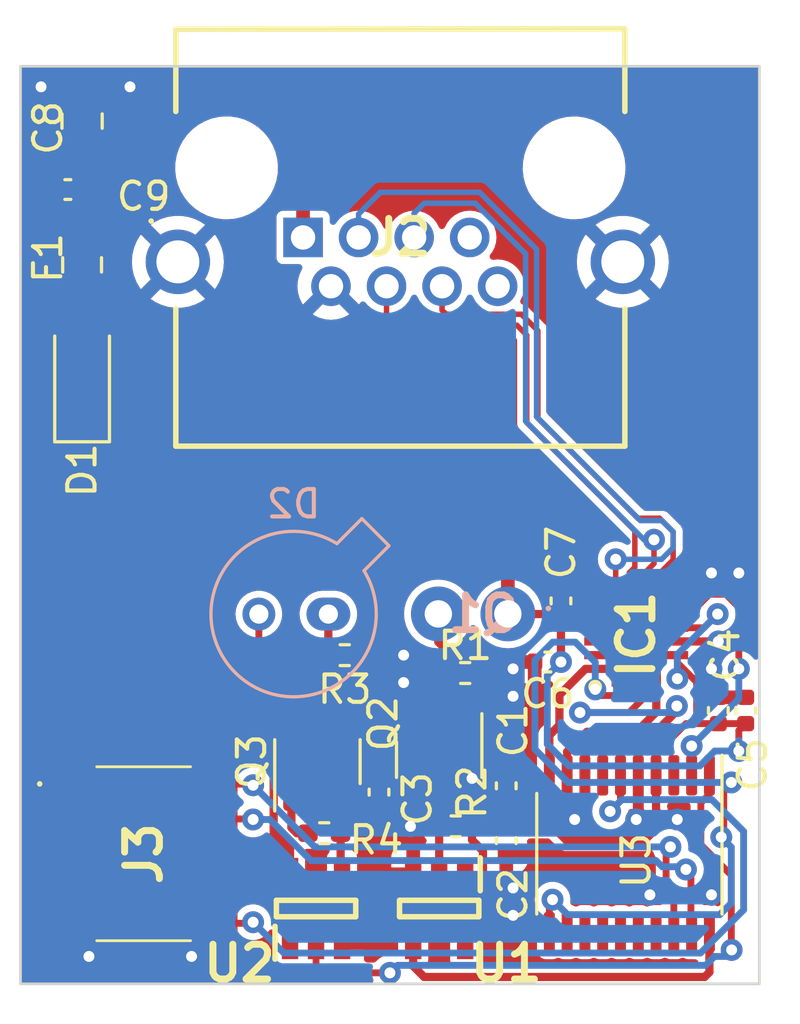
<source format=kicad_pcb>
(kicad_pcb (version 20221018) (generator pcbnew)
  (layers (0 "F.Cu" signal) (31 "B.Cu" signal) (34 "B.Paste" user) (35 "F.Paste" user) (36 "B.SilkS" user "B.Silkscreen") (37 "F.SilkS" user "F.Silkscreen") (38 "B.Mask" user) (39 "F.Mask" user) (44 "Edge.Cuts" user))
  (net 0 "")
  (net 1 "VIN")
  (net 2 "GND")
  (net 3 "VDD")
  (net 4 "Net-(D2-K)")
  (net 5 "Net-(D2-A)")
  (net 6 "UART2_RX")
  (net 7 "UART2_DE")
  (net 8 "UART2_TX")
  (net 9 "DI+")
  (net 10 "DI-")
  (net 11 "DO-")
  (net 12 "DO+")
  (net 14 "SLR")
  (net 17 "Net-(Q1-E)")
  (net 18 "Net-(Q2-C)")
  (net 19 "Net-(Q3-B)")
  (net 20 "Net-(R4-Pad2)")
  (net 22 "RXD")
  (net 24 "TXD")
  (net 26 "UART2_RE")
  (net 34 "VTref")
  (net 35 "SWDIO")
  (net 36 "SWCLK")
  (net 37 "SWO")
  (net 38 "TDI")
  (net 40 "nRESET")
  (footprint "Capacitor_SMD:C_0402_1005Metric" (layer "F.Cu") (at 28.1 35 90)
    (fp_text reference "C3" (at -0.25 1.4 90) (layer "F.SilkS"))
    (fp_text value "1u")
    (fp_line (start -0.107836 -0.36) (end 0.107836 -0.36) (stroke (width 0.12)) (layer "F.SilkS"))
    (fp_line (start -0.107836 0.36) (end 0.107836 0.36) (stroke (width 0.12)) (layer "F.SilkS"))
    (pad "1" smd roundrect (at -0.48 0 90) (size 0.56 0.62) (layers "F.Cu" "F.Paste" "F.Mask") (net 34 "VTref"))
    (pad "2" smd roundrect (at 0.48 0 90) (size 0.56 0.62) (layers "F.Cu" "F.Paste" "F.Mask") (net 2 "GND"))
  )
  (footprint "Resistor_SMD:R_0402_1005Metric_Pad0.72x0.64mm_HandSolder" (layer "F.Cu") (at 26.8475 30)
    (fp_text reference "R3" (at 0 1.25) (layer "F.SilkS"))
    (fp_text value "150R")
    (fp_line (start -0.167621 -0.38) (end 0.167621 -0.38) (stroke (width 0.12)) (layer "F.SilkS"))
    (fp_line (start -0.167621 0.38) (end 0.167621 0.38) (stroke (width 0.12)) (layer "F.SilkS"))
    (pad "1" smd roundrect (at -0.5975 0) (size 0.715 0.64) (layers "F.Cu" "F.Paste" "F.Mask") (net 4 "Net-(D2-K)"))
    (pad "2" smd roundrect (at 0.5975 0) (size 0.715 0.64) (layers "F.Cu" "F.Paste" "F.Mask") (net 2 "GND"))
  )
  (footprint "SamacSys_Parts:SOT95P280X145-5N" (layer "F.Cu") (at 30.3 39.25 -90)
    (fp_text reference "U1" (at 2 -2.45 -180) (layer "F.SilkS") (effects (font (size 1.27 1.27) (thickness 0.254))))
    (fp_text value "74LVC1G17" hide)
    (fp_line (start -1.85 -1.5) (end -0.65 -1.5) (stroke (width 0.2)) (layer "F.SilkS"))
    (fp_line (start -0.3 -1.45) (end 0.3 -1.45) (stroke (width 0.2)) (layer "F.SilkS"))
    (fp_line (start -0.3 1.45) (end -0.3 -1.45) (stroke (width 0.2)) (layer "F.SilkS"))
    (fp_line (start 0.3 -1.45) (end 0.3 1.45) (stroke (width 0.2)) (layer "F.SilkS"))
    (fp_line (start 0.3 1.45) (end -0.3 1.45) (stroke (width 0.2)) (layer "F.SilkS"))
    (pad "1" smd rect (at -1.25 -0.95) (size 0.6 1.2) (layers "F.Cu" "F.Paste" "F.Mask"))
    (pad "2" smd rect (at -1.25 0) (size 0.6 1.2) (layers "F.Cu" "F.Paste" "F.Mask") (net 18 "Net-(Q2-C)"))
    (pad "3" smd rect (at -1.25 0.95) (size 0.6 1.2) (layers "F.Cu" "F.Paste" "F.Mask") (net 2 "GND"))
    (pad "4" smd rect (at 1.25 0.95) (size 0.6 1.2) (layers "F.Cu" "F.Paste" "F.Mask") (net 22 "RXD"))
    (pad "5" smd rect (at 1.25 -0.95) (size 0.6 1.2) (layers "F.Cu" "F.Paste" "F.Mask") (net 34 "VTref"))
  )
  (footprint "Capacitor_SMD:C_0805_2012Metric_Pad1.18x1.45mm_HandSolder" (layer "F.Cu") (at 17.25 10.5 90)
    (fp_text reference "C8" (at -0.25 -1.25 90) (layer "F.SilkS"))
    (fp_text value "100u")
    (fp_line (start -0.261252 -0.735) (end 0.261252 -0.735) (stroke (width 0.12)) (layer "F.SilkS"))
    (fp_line (start -0.261252 0.735) (end 0.261252 0.735) (stroke (width 0.12)) (layer "F.SilkS"))
    (pad "1" smd roundrect (at -1.0375 0 90) (size 1.175 1.45) (layers "F.Cu" "F.Paste" "F.Mask") (roundrect_rratio 0.212766) (net 1 "VIN"))
    (pad "2" smd roundrect (at 1.0375 0 90) (size 1.175 1.45) (layers "F.Cu" "F.Paste" "F.Mask") (roundrect_rratio 0.212766) (net 2 "GND"))
  )
  (footprint "SamacSys_Parts:RJHSE5E80" (layer "F.Cu") (at 25.325 14.75 180)
    (fp_text reference "J2" (at -3.555 0 180) (layer "F.SilkS") (effects (font (size 1.27 1.27) (thickness 0.254))))
    (fp_text value "RJHSE5E80" hide)
    (fp_line (start -11.76 -7.62) (end -11.76 -2.6) (stroke (width 0.2)) (layer "F.SilkS"))
    (fp_line (start -11.76 4.6) (end -11.76 7.62) (stroke (width 0.2)) (layer "F.SilkS"))
    (fp_line (start -11.76 7.62) (end 4.65 7.6) (stroke (width 0.2)) (layer "F.SilkS"))
    (fp_line (start 4.65 -7.62) (end -11.76 -7.62) (stroke (width 0.2)) (layer "F.SilkS"))
    (fp_line (start 4.65 -2.6) (end 4.65 -7.62) (stroke (width 0.2)) (layer "F.SilkS"))
    (fp_line (start 4.65 7.6) (end 4.65 4.6) (stroke (width 0.2)) (layer "F.SilkS"))
    (fp_line (start 5.5 0.6) (end 5.5 0.6) (stroke (width 0.1)) (layer "F.SilkS"))
    (fp_line (start 5.6 0.6) (end 5.6 0.6) (stroke (width 0.1)) (layer "F.SilkS"))
    (fp_arc (start 5.5 0.6) (mid 5.55 0.55) (end 5.6 0.6) (stroke (width 0.1)) (layer "F.SilkS"))
    (fp_arc (start 5.6 0.6) (mid 5.55 0.65) (end 5.5 0.6) (stroke (width 0.1)) (layer "F.SilkS"))
    (pad "" np_thru_hole circle (at -9.905 2.54 180) (size 3.25 3.25) (drill 3.25) (layers "*.Cu" "*.Mask"))
    (pad "" np_thru_hole circle (at 2.795 2.54 180) (size 3.25 3.25) (drill 3.25) (layers "*.Cu" "*.Mask"))
    (pad "1" thru_hole rect (at 0 0 180) (size 1.446 1.446) (drill 0.89) (layers "*.Cu" "*.Mask") (net 1 "VIN"))
    (pad "2" thru_hole circle (at -1.02 -1.78 180) (size 1.446 1.446) (drill 0.89) (layers "*.Cu" "*.Mask") (net 2 "GND"))
    (pad "3" thru_hole circle (at -2.03 0 180) (size 1.446 1.446) (drill 0.89) (layers "*.Cu" "*.Mask") (net 12 "DO+"))
    (pad "4" thru_hole circle (at -3.05 -1.78 180) (size 1.446 1.446) (drill 0.89) (layers "*.Cu" "*.Mask") (net 11 "DO-"))
    (pad "5" thru_hole circle (at -4.06 0 180) (size 1.446 1.446) (drill 0.89) (layers "*.Cu" "*.Mask") (net 10 "DI-"))
    (pad "6" thru_hole circle (at -5.08 -1.78 180) (size 1.446 1.446) (drill 0.89) (layers "*.Cu" "*.Mask") (net 9 "DI+"))
    (pad "7" thru_hole circle (at -6.09 0 180) (size 1.446 1.446) (drill 0.89) (layers "*.Cu" "*.Mask"))
    (pad "8" thru_hole circle (at -7.11 -1.78 180) (size 1.446 1.446) (drill 0.89) (layers "*.Cu" "*.Mask"))
    (pad "MH1" thru_hole circle (at 4.575 -0.89 180) (size 2.355 2.355) (drill 1.57) (layers "*.Cu" "*.Mask") (net 2 "GND"))
    (pad "MH2" thru_hole circle (at -11.685 -0.89 180) (size 2.355 2.355) (drill 1.57) (layers "*.Cu" "*.Mask") (net 2 "GND"))
  )
  (footprint "Capacitor_SMD:C_0402_1005Metric" (layer "F.Cu") (at 40.5 32.02 90)
    (fp_text reference "C4" (at 2.02 0.25 90) (layer "F.SilkS"))
    (fp_text value "100n")
    (fp_line (start -0.107836 -0.36) (end 0.107836 -0.36) (stroke (width 0.12)) (layer "F.SilkS"))
    (fp_line (start -0.107836 0.36) (end 0.107836 0.36) (stroke (width 0.12)) (layer "F.SilkS"))
    (pad "1" smd roundrect (at -0.48 0 90) (size 0.56 0.62) (layers "F.Cu" "F.Paste" "F.Mask") (net 34 "VTref"))
    (pad "2" smd roundrect (at 0.48 0 90) (size 0.56 0.62) (layers "F.Cu" "F.Paste" "F.Mask") (net 2 "GND"))
  )
  (footprint "SamacSys_Parts:QFN50P300X300X100-17N-D" (layer "F.Cu") (at 37.5 29.25 90)
    (fp_text reference "IC1" (at 0 0 90) (layer "F.SilkS") (effects (font (size 1.27 1.27) (thickness 0.254))))
    (fp_text value "THVD1424RGTR" hide)
    (fp_circle (center -1.9 -1.5) (end -1.9 -1.375) (stroke (width 0.25)) (fill none) (layer "F.SilkS"))
    (pad "1" smd rect (at -1.5 -0.75 180) (size 0.3 0.8) (layers "F.Cu" "F.Paste" "F.Mask") (net 6 "UART2_RX"))
    (pad "2" smd rect (at -1.5 -0.25 180) (size 0.3 0.8) (layers "F.Cu" "F.Paste" "F.Mask") (net 26 "UART2_RE"))
    (pad "3" smd rect (at -1.5 0.25 180) (size 0.3 0.8) (layers "F.Cu" "F.Paste" "F.Mask") (net 7 "UART2_DE"))
    (pad "4" smd rect (at -1.5 0.75 180) (size 0.3 0.8) (layers "F.Cu" "F.Paste" "F.Mask") (net 8 "UART2_TX"))
    (pad "5" smd rect (at -0.75 1.5 90) (size 0.3 0.8) (layers "F.Cu" "F.Paste" "F.Mask") (net 34 "VTref"))
    (pad "6" smd rect (at -0.25 1.5 90) (size 0.3 0.8) (layers "F.Cu" "F.Paste" "F.Mask") (net 2 "GND"))
    (pad "7" smd rect (at 0.25 1.5 90) (size 0.3 0.8) (layers "F.Cu" "F.Paste" "F.Mask") (net 34 "VTref"))
    (pad "8" smd rect (at 0.75 1.5 90) (size 0.3 0.8) (layers "F.Cu" "F.Paste" "F.Mask") (net 14 "SLR"))
    (pad "9" smd rect (at 1.5 0.75 180) (size 0.3 0.8) (layers "F.Cu" "F.Paste" "F.Mask") (net 9 "DI+"))
    (pad "10" smd rect (at 1.5 0.25 180) (size 0.3 0.8) (layers "F.Cu" "F.Paste" "F.Mask") (net 10 "DI-"))
    (pad "11" smd rect (at 1.5 -0.25 180) (size 0.3 0.8) (layers "F.Cu" "F.Paste" "F.Mask") (net 11 "DO-"))
    (pad "12" smd rect (at 1.5 -0.75 180) (size 0.3 0.8) (layers "F.Cu" "F.Paste" "F.Mask") (net 12 "DO+"))
    (pad "13" smd rect (at 0.75 -1.5 90) (size 0.3 0.8) (layers "F.Cu" "F.Paste" "F.Mask") (net 34 "VTref"))
    (pad "14" smd rect (at 0.25 -1.5 90) (size 0.3 0.8) (layers "F.Cu" "F.Paste" "F.Mask") (net 34 "VTref"))
    (pad "15" smd rect (at -0.25 -1.5 90) (size 0.3 0.8) (layers "F.Cu" "F.Paste" "F.Mask") (net 2 "GND"))
    (pad "16" smd rect (at -0.75 -1.5 90) (size 0.3 0.8) (layers "F.Cu" "F.Paste" "F.Mask"))
    (pad "17" smd rect (at 0 0 90) (size 1.75 1.75) (layers "F.Cu" "F.Paste" "F.Mask") (net 2 "GND"))
  )
  (footprint "Fuse:Fuse_0805_2012Metric_Pad1.15x1.40mm_HandSolder" (layer "F.Cu") (at 17.25 15.75 90)
    (fp_text reference "F1" (at 0.25 -1.25 90) (layer "F.SilkS"))
    (fp_text value "1A")
    (fp_line (start -0.261252 -0.71) (end 0.261252 -0.71) (stroke (width 0.12)) (layer "F.SilkS"))
    (fp_line (start -0.261252 0.71) (end 0.261252 0.71) (stroke (width 0.12)) (layer "F.SilkS"))
    (pad "1" smd roundrect (at -1.025 0 90) (size 1.15 1.4) (layers "F.Cu" "F.Paste" "F.Mask") (roundrect_rratio 0.217391) (net 3 "VDD"))
    (pad "2" smd roundrect (at 1.025 0 90) (size 1.15 1.4) (layers "F.Cu" "F.Paste" "F.Mask") (roundrect_rratio 0.217391) (net 1 "VIN"))
  )
  (footprint "Package_TO_SOT_SMD:SOT-23-3" (layer "F.Cu") (at 25.85 33.8875 90)
    (fp_text reference "Q3" (at 0 -2.4 90) (layer "F.SilkS"))
    (fp_text value "BC807")
    (fp_line (start 0 -1.56) (end -1.8 -1.56) (stroke (width 0.12)) (layer "F.SilkS"))
    (fp_line (start 0 -1.56) (end 0.8 -1.56) (stroke (width 0.12)) (layer "F.SilkS"))
    (fp_line (start 0 1.56) (end -0.8 1.56) (stroke (width 0.12)) (layer "F.SilkS"))
    (fp_line (start 0 1.56) (end 0.8 1.56) (stroke (width 0.12)) (layer "F.SilkS"))
    (pad "1" smd roundrect (at -1.1375 -0.95 90) (size 1.325 0.6) (layers "F.Cu" "F.Paste" "F.Mask") (net 19 "Net-(Q3-B)"))
    (pad "2" smd roundrect (at -1.1375 0.95 90) (size 1.325 0.6) (layers "F.Cu" "F.Paste" "F.Mask") (net 34 "VTref"))
    (pad "3" smd roundrect (at 1.1375 0 90) (size 1.325 0.6) (layers "F.Cu" "F.Paste" "F.Mask") (net 5 "Net-(D2-A)"))
  )
  (footprint "SamacSys_Parts:FTSH10501LDV007K" (layer "F.Cu") (at 19.5 37.25 -90)
    (fp_text reference "J3" (at 0 0 -90) (layer "F.SilkS") (effects (font (size 1.27 1.27) (thickness 0.254))))
    (fp_text value "FTSH-105-01-L-DV-007-K" hide)
    (fp_line (start -3.175 -1.715) (end -3.175 1.715) (stroke (width 0.1)) (layer "F.SilkS"))
    (fp_line (start -2.6 3.8) (end -2.6 3.8) (stroke (width 0.1)) (layer "F.SilkS"))
    (fp_line (start -2.5 3.8) (end -2.5 3.8) (stroke (width 0.1)) (layer "F.SilkS"))
    (fp_line (start 3.175 -1.715) (end 3.175 1.715) (stroke (width 0.1)) (layer "F.SilkS"))
    (fp_arc (start -2.6 3.8) (mid -2.55 3.75) (end -2.5 3.8) (stroke (width 0.1)) (layer "F.SilkS"))
    (fp_arc (start -2.5 3.8) (mid -2.55 3.85) (end -2.6 3.8) (stroke (width 0.1)) (layer "F.SilkS"))
    (pad "1" smd rect (at -2.54 2.035 270) (size 0.74 2.79) (layers "F.Cu" "F.Paste" "F.Mask") (net 34 "VTref"))
    (pad "2" smd rect (at -2.54 -2.035 270) (size 0.74 2.79) (layers "F.Cu" "F.Paste" "F.Mask") (net 35 "SWDIO"))
    (pad "3" smd rect (at -1.27 2.035 270) (size 0.74 2.79) (layers "F.Cu" "F.Paste" "F.Mask") (net 2 "GND"))
    (pad "4" smd rect (at -1.27 -2.035 270) (size 0.74 2.79) (layers "F.Cu" "F.Paste" "F.Mask") (net 36 "SWCLK"))
    (pad "5" smd rect (at 0 2.035 270) (size 0.74 2.79) (layers "F.Cu" "F.Paste" "F.Mask") (net 2 "GND"))
    (pad "6" smd rect (at 0 -2.035 270) (size 0.74 2.79) (layers "F.Cu" "F.Paste" "F.Mask") (net 37 "SWO"))
    (pad "8" smd rect (at 1.27 -2.035 270) (size 0.74 2.79) (layers "F.Cu" "F.Paste" "F.Mask") (net 38 "TDI"))
    (pad "9" smd rect (at 2.54 2.035 270) (size 0.74 2.79) (layers "F.Cu" "F.Paste" "F.Mask"))
    (pad "10" smd rect (at 2.54 -2.035 270) (size 0.74 2.79) (layers "F.Cu" "F.Paste" "F.Mask") (net 40 "nRESET"))
  )
  (footprint "Capacitor_SMD:C_0402_1005Metric" (layer "F.Cu") (at 32.75 36.77 -90)
    (fp_text reference "C2" (at 1.98 -0.25 90) (layer "F.SilkS"))
    (fp_text value "13u")
    (fp_line (start -0.107836 -0.36) (end 0.107836 -0.36) (stroke (width 0.12)) (layer "F.SilkS"))
    (fp_line (start -0.107836 0.36) (end 0.107836 0.36) (stroke (width 0.12)) (layer "F.SilkS"))
    (pad "1" smd roundrect (at -0.48 0 270) (size 0.56 0.62) (layers "F.Cu" "F.Paste" "F.Mask") (net 34 "VTref"))
    (pad "2" smd roundrect (at 0.48 0 270) (size 0.56 0.62) (layers "F.Cu" "F.Paste" "F.Mask") (net 2 "GND"))
  )
  (footprint "Diode_SMD:D_SOD-123F" (layer "F.Cu") (at 17.25 20 90)
    (fp_text reference "D1" (at -3.25 0 90) (layer "F.SilkS"))
    (fp_text value "BAT46")
    (fp_line (start -2.21 -1) (end -2.21 1) (stroke (width 0.12)) (layer "F.SilkS"))
    (fp_line (start -2.21 -1) (end 1.65 -1) (stroke (width 0.12)) (layer "F.SilkS"))
    (fp_line (start -2.21 1) (end 1.65 1) (stroke (width 0.12)) (layer "F.SilkS"))
    (pad "1" smd roundrect (at -1.4 0 90) (size 1.1 1.1) (layers "F.Cu" "F.Paste" "F.Mask") (roundrect_rratio 0.2272727273) (net 34 "VTref"))
    (pad "2" smd roundrect (at 1.4 0 90) (size 1.1 1.1) (layers "F.Cu" "F.Paste" "F.Mask") (roundrect_rratio 0.2272727273) (net 3 "VDD"))
  )
  (footprint "Resistor_SMD:R_0402_1005Metric_Pad0.72x0.64mm_HandSolder" (layer "F.Cu") (at 31.25 30.6525)
    (fp_text reference "R1" (at 0 -1) (layer "F.SilkS"))
    (fp_text value "13K")
    (fp_line (start -0.167621 -0.38) (end 0.167621 -0.38) (stroke (width 0.12)) (layer "F.SilkS"))
    (fp_line (start -0.167621 0.38) (end 0.167621 0.38) (stroke (width 0.12)) (layer "F.SilkS"))
    (pad "1" smd roundrect (at -0.5975 0) (size 0.715 0.64) (layers "F.Cu" "F.Paste" "F.Mask") (net 17 "Net-(Q1-E)"))
    (pad "2" smd roundrect (at 0.5975 0) (size 0.715 0.64) (layers "F.Cu" "F.Paste" "F.Mask") (net 2 "GND"))
  )
  (footprint "Resistor_SMD:R_0402_1005Metric_Pad0.72x0.64mm_HandSolder" (layer "F.Cu") (at 26.1 36.5)
    (fp_text reference "R4" (at 1.9 0.25 180) (layer "F.SilkS"))
    (fp_text value "13K")
    (fp_line (start -0.167621 -0.38) (end 0.167621 -0.38) (stroke (width 0.12)) (layer "F.SilkS"))
    (fp_line (start -0.167621 0.38) (end 0.167621 0.38) (stroke (width 0.12)) (layer "F.SilkS"))
    (pad "1" smd roundrect (at -0.5975 0) (size 0.715 0.64) (layers "F.Cu" "F.Paste" "F.Mask") (net 19 "Net-(Q3-B)"))
    (pad "2" smd roundrect (at 0.5975 0) (size 0.715 0.64) (layers "F.Cu" "F.Paste" "F.Mask") (net 20 "Net-(R4-Pad2)"))
  )
  (footprint "Package_TO_SOT_SMD:SOT-23" (layer "F.Cu") (at 30.3 33.8125 -90)
    (fp_text reference "Q2" (at -1.3125 2.05 90) (layer "F.SilkS"))
    (fp_text value "BC817")
    (fp_line (start 0 -1.56) (end -1.675 -1.56) (stroke (width 0.12)) (layer "F.SilkS"))
    (fp_line (start 0 -1.56) (end 0.65 -1.56) (stroke (width 0.12)) (layer "F.SilkS"))
    (fp_line (start 0 1.56) (end -0.65 1.56) (stroke (width 0.12)) (layer "F.SilkS"))
    (fp_line (start 0 1.56) (end 0.65 1.56) (stroke (width 0.12)) (layer "F.SilkS"))
    (pad "1" smd roundrect (at -0.9375 -0.95 270) (size 1.475 0.6) (layers "F.Cu" "F.Paste" "F.Mask") (net 17 "Net-(Q1-E)"))
    (pad "2" smd roundrect (at -0.9375 0.95 270) (size 1.475 0.6) (layers "F.Cu" "F.Paste" "F.Mask") (net 2 "GND"))
    (pad "3" smd roundrect (at 0.9375 0 270) (size 1.475 0.6) (layers "F.Cu" "F.Paste" "F.Mask") (net 18 "Net-(Q2-C)"))
  )
  (footprint "SamacSys_Parts:SOT95P280X145-5N" (layer "F.Cu") (at 25.8 39.25 90)
    (fp_text reference "U2" (at -2 -2.8 180) (layer "F.SilkS") (effects (font (size 1.27 1.27) (thickness 0.254))))
    (fp_text value "74LVC1G17" hide)
    (fp_line (start -1.85 -1.5) (end -0.65 -1.5) (stroke (width 0.2)) (layer "F.SilkS"))
    (fp_line (start -0.3 -1.45) (end 0.3 -1.45) (stroke (width 0.2)) (layer "F.SilkS"))
    (fp_line (start -0.3 1.45) (end -0.3 -1.45) (stroke (width 0.2)) (layer "F.SilkS"))
    (fp_line (start 0.3 -1.45) (end 0.3 1.45) (stroke (width 0.2)) (layer "F.SilkS"))
    (fp_line (start 0.3 1.45) (end -0.3 1.45) (stroke (width 0.2)) (layer "F.SilkS"))
    (pad "1" smd rect (at -1.25 -0.95 180) (size 0.6 1.2) (layers "F.Cu" "F.Paste" "F.Mask"))
    (pad "2" smd rect (at -1.25 0 180) (size 0.6 1.2) (layers "F.Cu" "F.Paste" "F.Mask") (net 24 "TXD"))
    (pad "3" smd rect (at -1.25 0.95 180) (size 0.6 1.2) (layers "F.Cu" "F.Paste" "F.Mask") (net 2 "GND"))
    (pad "4" smd rect (at 1.25 0.95 180) (size 0.6 1.2) (layers "F.Cu" "F.Paste" "F.Mask") (net 20 "Net-(R4-Pad2)"))
    (pad "5" smd rect (at 1.25 -0.95 180) (size 0.6 1.2) (layers "F.Cu" "F.Paste" "F.Mask") (net 34 "VTref"))
  )
  (footprint "Capacitor_SMD:C_0402_1005Metric" (layer "F.Cu") (at 34.27 30.25 180)
    (fp_text reference "C6" (at 0 -1.16) (layer "F.SilkS"))
    (fp_text value "1u")
    (fp_line (start -0.107836 -0.36) (end 0.107836 -0.36) (stroke (width 0.12)) (layer "F.SilkS"))
    (fp_line (start -0.107836 0.36) (end 0.107836 0.36) (stroke (width 0.12)) (layer "F.SilkS"))
    (pad "1" smd roundrect (at -0.48 0 180) (size 0.56 0.62) (layers "F.Cu" "F.Paste" "F.Mask") (net 34 "VTref"))
    (pad "2" smd roundrect (at 0.48 0 180) (size 0.56 0.62) (layers "F.Cu" "F.Paste" "F.Mask") (net 2 "GND"))
  )
  (footprint "Package_SO:TSSOP-20_4.4x6.5mm_P0.65mm" (layer "F.Cu") (at 37.25 37.25 -90)
    (fp_text reference "U3" (at 0.25 -0.25 90) (layer "F.SilkS"))
    (fp_text value "STM32G030F6Px")
    (fp_line (start 0 -3.385) (end -3.6 -3.385) (stroke (width 0.12)) (layer "F.SilkS"))
    (fp_line (start 0 -3.385) (end 2.2 -3.385) (stroke (width 0.12)) (layer "F.SilkS"))
    (fp_line (start 0 3.385) (end -2.2 3.385) (stroke (width 0.12)) (layer "F.SilkS"))
    (fp_line (start 0 3.385) (end 2.2 3.385) (stroke (width 0.12)) (layer "F.SilkS"))
    (pad "1" smd roundrect (at -2.8625 -2.925 270) (size 1.475 0.4) (layers "F.Cu" "F.Paste" "F.Mask") (net 24 "TXD"))
    (pad "2" smd roundrect (at -2.8625 -2.275 270) (size 1.475 0.4) (layers "F.Cu" "F.Paste" "F.Mask") (net 14 "SLR"))
    (pad "3" smd roundrect (at -2.8625 -1.625 270) (size 1.475 0.4) (layers "F.Cu" "F.Paste" "F.Mask"))
    (pad "4" smd roundrect (at -2.8625 -0.975 270) (size 1.475 0.4) (layers "F.Cu" "F.Paste" "F.Mask") (net 34 "VTref"))
    (pad "5" smd roundrect (at -2.8625 -0.325 270) (size 1.475 0.4) (layers "F.Cu" "F.Paste" "F.Mask") (net 2 "GND"))
    (pad "6" smd roundrect (at -2.8625 0.325 270) (size 1.475 0.4) (layers "F.Cu" "F.Paste" "F.Mask") (net 40 "nRESET"))
    (pad "7" smd roundrect (at -2.8625 0.975 270) (size 1.475 0.4) (layers "F.Cu" "F.Paste" "F.Mask"))
    (pad "8" smd roundrect (at -2.8625 1.625 270) (size 1.475 0.4) (layers "F.Cu" "F.Paste" "F.Mask") (net 7 "UART2_DE"))
    (pad "9" smd roundrect (at -2.8625 2.275 270) (size 1.475 0.4) (layers "F.Cu" "F.Paste" "F.Mask") (net 8 "UART2_TX"))
    (pad "10" smd roundrect (at -2.8625 2.925 270) (size 1.475 0.4) (layers "F.Cu" "F.Paste" "F.Mask") (net 6 "UART2_RX"))
    (pad "11" smd roundrect (at 2.8625 2.925 270) (size 1.475 0.4) (layers "F.Cu" "F.Paste" "F.Mask") (net 26 "UART2_RE"))
    (pad "12" smd roundrect (at 2.8625 2.275 270) (size 1.475 0.4) (layers "F.Cu" "F.Paste" "F.Mask"))
    (pad "13" smd roundrect (at 2.8625 1.625 270) (size 1.475 0.4) (layers "F.Cu" "F.Paste" "F.Mask"))
    (pad "14" smd roundrect (at 2.8625 0.975 270) (size 1.475 0.4) (layers "F.Cu" "F.Paste" "F.Mask"))
    (pad "15" smd roundrect (at 2.8625 0.325 270) (size 1.475 0.4) (layers "F.Cu" "F.Paste" "F.Mask"))
    (pad "16" smd roundrect (at 2.8625 -0.325 270) (size 1.475 0.4) (layers "F.Cu" "F.Paste" "F.Mask"))
    (pad "17" smd roundrect (at 2.8625 -0.975 270) (size 1.475 0.4) (layers "F.Cu" "F.Paste" "F.Mask"))
    (pad "18" smd roundrect (at 2.8625 -1.625 270) (size 1.475 0.4) (layers "F.Cu" "F.Paste" "F.Mask") (net 35 "SWDIO"))
    (pad "19" smd roundrect (at 2.8625 -2.275 270) (size 1.475 0.4) (layers "F.Cu" "F.Paste" "F.Mask") (net 36 "SWCLK"))
    (pad "20" smd roundrect (at 2.8625 -2.925 270) (size 1.475 0.4) (layers "F.Cu" "F.Paste" "F.Mask") (net 22 "RXD"))
  )
  (footprint "Capacitor_SMD:C_0402_1005Metric" (layer "F.Cu") (at 34.75 28.02 90)
    (fp_text reference "C7" (at 1.77 0 90) (layer "F.SilkS"))
    (fp_text value "1u")
    (fp_line (start -0.107836 -0.36) (end 0.107836 -0.36) (stroke (width 0.12)) (layer "F.SilkS"))
    (fp_line (start -0.107836 0.36) (end 0.107836 0.36) (stroke (width 0.12)) (layer "F.SilkS"))
    (pad "1" smd roundrect (at -0.48 0 90) (size 0.56 0.62) (layers "F.Cu" "F.Paste" "F.Mask") (net 34 "VTref"))
    (pad "2" smd roundrect (at 0.48 0 90) (size 0.56 0.62) (layers "F.Cu" "F.Paste" "F.Mask") (net 2 "GND"))
  )
  (footprint "Capacitor_SMD:C_0402_1005Metric" (layer "F.Cu") (at 32.75 34.77 90)
    (fp_text reference "C1" (at 2.02 0.25 90) (layer "F.SilkS"))
    (fp_text value "13u")
    (fp_line (start -0.107836 -0.36) (end 0.107836 -0.36) (stroke (width 0.12)) (layer "F.SilkS"))
    (fp_line (start -0.107836 0.36) (end 0.107836 0.36) (stroke (width 0.12)) (layer "F.SilkS"))
    (pad "1" smd roundrect (at -0.48 0 90) (size 0.56 0.62) (layers "F.Cu" "F.Paste" "F.Mask") (net 34 "VTref"))
    (pad "2" smd roundrect (at 0.48 0 90) (size 0.56 0.62) (layers "F.Cu" "F.Paste" "F.Mask") (net 2 "GND"))
  )
  (footprint "Capacitor_SMD:C_0402_1005Metric" (layer "F.Cu") (at 16.73 13 180)
    (fp_text reference "C9" (at -2.77 -0.25) (layer "F.SilkS"))
    (fp_text value "1u")
    (fp_line (start -0.107836 -0.36) (end 0.107836 -0.36) (stroke (width 0.12)) (layer "F.SilkS"))
    (fp_line (start -0.107836 0.36) (end 0.107836 0.36) (stroke (width 0.12)) (layer "F.SilkS"))
    (pad "1" smd roundrect (at -0.48 0 180) (size 0.56 0.62) (layers "F.Cu" "F.Paste" "F.Mask") (net 1 "VIN"))
    (pad "2" smd roundrect (at 0.48 0 180) (size 0.56 0.62) (layers "F.Cu" "F.Paste" "F.Mask") (net 2 "GND"))
  )
  (footprint "Resistor_SMD:R_0402_1005Metric_Pad0.72x0.64mm_HandSolder" (layer "F.Cu") (at 30.9025 36.25 180)
    (fp_text reference "R2" (at -0.5975 1.25 90) (layer "F.SilkS"))
    (fp_text value "13K")
    (fp_line (start -0.167621 -0.38) (end 0.167621 -0.38) (stroke (width 0.12)) (layer "F.SilkS"))
    (fp_line (start -0.167621 0.38) (end 0.167621 0.38) (stroke (width 0.12)) (layer "F.SilkS"))
    (pad "1" smd roundrect (at -0.5975 0 180) (size 0.715 0.64) (layers "F.Cu" "F.Paste" "F.Mask") (net 34 "VTref"))
    (pad "2" smd roundrect (at 0.5975 0 180) (size 0.715 0.64) (layers "F.Cu" "F.Paste" "F.Mask") (net 18 "Net-(Q2-C)"))
  )
  (footprint "Capacitor_SMD:C_0402_1005Metric" (layer "F.Cu") (at 41.5 32.02 90)
    (fp_text reference "C5" (at -1.98 0.25 90) (layer "F.SilkS"))
    (fp_text value "4.7u")
    (fp_line (start -0.107836 -0.36) (end 0.107836 -0.36) (stroke (width 0.12)) (layer "F.SilkS"))
    (fp_line (start -0.107836 0.36) (end 0.107836 0.36) (stroke (width 0.12)) (layer "F.SilkS"))
    (pad "1" smd roundrect (at -0.48 0 90) (size 0.56 0.62) (layers "F.Cu" "F.Paste" "F.Mask") (net 34 "VTref"))
    (pad "2" smd roundrect (at 0.48 0 90) (size 0.56 0.62) (layers "F.Cu" "F.Paste" "F.Mask") (net 2 "GND"))
  )
  (footprint "Package_TO_SOT_THT:TO-18-2_Window" (layer "B.Cu") (at 26.25 28.5 180)
    (fp_text reference "D2" (at 1.27 4.02) (layer "B.SilkS") (effects (justify mirror)))
    (fp_text value "SFH482")
    (fp_line (start -2.214448 2.494499) (end -1.302281 1.582331) (stroke (width 0.12)) (layer "B.SilkS"))
    (fp_line (start -1.224499 3.484448) (end -2.214448 2.494499) (stroke (width 0.12)) (layer "B.SilkS"))
    (fp_line (start -0.312331 2.572281) (end -1.224499 3.484448) (stroke (width 0.12)) (layer "B.SilkS"))
    (fp_arc (start -1.30215 1.582544) (mid 3.405374 -2.135551) (end -0.312331 2.572281) (stroke (width 0.12)) (layer "B.SilkS"))
    (pad "1" thru_hole oval (at 0 0 180) (size 1.6 1.2) (drill 0.7) (layers "*.Cu" "*.Mask") (net 4 "Net-(D2-K)"))
    (pad "2" thru_hole oval (at 2.54 0 180) (size 1.2 1.2) (drill 0.7) (layers "*.Cu" "*.Mask") (net 5 "Net-(D2-A)"))
  )
  (footprint "SamacSys_Parts:SFH309FA4" (layer "B.Cu") (at 32.808999 28.49428 180)
    (fp_text reference "Q1" (at 0.88 0) (layer "B.SilkS") (effects (font (size 1.27 1.27) (thickness 0.254)) (justify mirror)))
    (fp_text value "SFH309" hide)
    (fp_line (start -1.53 0.2) (end -1.53 0.2) (stroke (width 0.1)) (layer "B.SilkS"))
    (fp_line (start -1.43 0.2) (end -1.43 0.2) (stroke (width 0.1)) (layer "B.SilkS"))
    (fp_arc (start -1.53 0.2) (mid -1.48 0.15) (end -1.43 0.2) (stroke (width 0.1)) (layer "B.SilkS"))
    (fp_arc (start -1.43 0.2) (mid -1.48 0.25) (end -1.53 0.2) (stroke (width 0.1)) (layer "B.SilkS"))
    (pad "1" thru_hole circle (at 0 0 180) (size 2 2) (drill 1) (layers "*.Cu" "*.Mask") (net 34 "VTref"))
    (pad "2" thru_hole circle (at 2.54 0 180) (size 2 2) (drill 1) (layers "*.Cu" "*.Mask") (net 17 "Net-(Q1-E)"))
  )
  (gr_rect (start 15 8.5) (end 42 42) (stroke (width 0.1)) (fill none) (layer "Edge.Cuts"))
  (segment (start 24.75 9.75) (end 25.325 10.325) (width 0.5) (layer "F.Cu") (net 1))
  (segment (start 17.21 13) (end 17.21 14.685) (width 0.5) (layer "F.Cu") (net 1))
  (segment (start 19.75 9.75) (end 19.25 10.25) (width 0.5) (layer "F.Cu") (net 1))
  (segment (start 19.25 11.25) (end 18.9625 11.5375) (width 0.5) (layer "F.Cu") (net 1))
  (segment (start 24.75 9.75) (end 19.75 9.75) (width 0.5) (layer "F.Cu") (net 1))
  (segment (start 17.25 11.5375) (end 17.25 12.96) (width 0.5) (layer "F.Cu") (net 1))
  (segment (start 25.325 10.325) (end 25.325 14.75) (width 0.5) (layer "F.Cu") (net 1))
  (segment (start 19.25 10.25) (end 19.25 11.25) (width 0.5) (layer "F.Cu") (net 1))
  (segment (start 18.9625 11.5375) (end 17.25 11.5375) (width 0.5) (layer "F.Cu") (net 1))
  (segment (start 17.21 14.685) (end 17.25 14.725) (width 0.5) (layer "F.Cu") (net 1))
  (segment (start 17.25 12.96) (end 17.21 13) (width 0.5) (layer "F.Cu") (net 1))
  (segment (start 39 29.5) (end 40.5 29.5) (width 0.3) (layer "F.Cu") (net 2))
  (segment (start 37.25 29) (end 37.5 29.25) (width 0.3) (layer "F.Cu") (net 2))
  (segment (start 37.25 29.5) (end 37.5 29.25) (width 0.25) (layer "F.Cu") (net 2))
  (segment (start 39 29.5) (end 37.75 29.5) (width 0.3) (layer "F.Cu") (net 2))
  (segment (start 37.75 29.5) (end 37.5 29.25) (width 0.3) (layer "F.Cu") (net 2))
  (segment (start 36 29.5) (end 37.25 29.5) (width 0.25) (layer "F.Cu") (net 2))
  (via (at 31.5 34.5) (size 0.8) (drill 0.4) (layers "F.Cu" "B.Cu") (net 2))
  (via (at 41.25 27) (size 0.8) (drill 0.4) (layers "F.Cu" "B.Cu") (net 2))
  (via (at 29.25 36.25) (size 0.8) (drill 0.4) (layers "F.Cu" "B.Cu") (net 2))
  (via (at 38 38.75) (size 0.8) (drill 0.4) (layers "F.Cu" "B.Cu") (net 2))
  (via (at 40.25 38.75) (size 0.8) (drill 0.4) (layers "F.Cu" "B.Cu") (net 2))
  (via (at 40.5 29.5) (size 0.8) (drill 0.4) (layers "F.Cu" "B.Cu") (net 2))
  (via (at 21.25 41) (size 0.8) (drill 0.4) (layers "F.Cu" "B.Cu") (net 2))
  (via (at 29 30) (size 0.8) (drill 0.4) (layers "F.Cu" "B.Cu") (net 2))
  (via (at 40.25 27) (size 0.8) (drill 0.4) (layers "F.Cu" "B.Cu") (net 2))
  (via (at 37.5 36) (size 0.8) (drill 0.4) (layers "F.Cu" "B.Cu") (net 2))
  (via (at 33 31.5) (size 0.8) (drill 0.4) (layers "F.Cu" "B.Cu") (net 2))
  (via (at 40.25 30.5) (size 0.8) (drill 0.4) (layers "F.Cu" "B.Cu") (net 2))
  (via (at 29 31) (size 0.8) (drill 0.4) (layers "F.Cu" "B.Cu") (net 2))
  (via (at 35.25 36) (size 0.8) (drill 0.4) (layers "F.Cu" "B.Cu") (net 2))
  (via (at 33 30.5) (size 0.8) (drill 0.4) (layers "F.Cu" "B.Cu") (net 2))
  (via (at 19 9.25) (size 0.8) (drill 0.4) (layers "F.Cu" "B.Cu") (net 2))
  (via (at 39 36) (size 0.8) (drill 0.4) (layers "F.Cu" "B.Cu") (net 2))
  (via (at 15.75 9.25) (size 0.8) (drill 0.4) (layers "F.Cu" "B.Cu") (net 2))
  (via (at 33 38.5) (size 0.8) (drill 0.4) (layers "F.Cu" "B.Cu") (net 2))
  (via (at 17.5 41) (size 0.8) (drill 0.4) (layers "F.Cu" "B.Cu") (net 2))
  (via (at 33 39.5) (size 0.8) (drill 0.4) (layers "F.Cu" "B.Cu") (net 2))
  (segment (start 17.25 16.775) (end 17.25 18.6) (width 0.5) (layer "F.Cu") (net 3))
  (segment (start 26.25 30) (end 26.25 28.5) (width 0.3) (layer "F.Cu") (net 4))
  (segment (start 25.85 32.75) (end 25.85 31.85) (width 0.25) (layer "F.Cu") (net 5))
  (segment (start 25.85 31.85) (end 23.71 29.71) (width 0.25) (layer "F.Cu") (net 5))
  (segment (start 23.71 29.71) (end 23.71 28.5) (width 0.25) (layer "F.Cu") (net 5))
  (segment (start 35.647152 30.5) (end 34.693863 31.453289) (width 0.3) (layer "F.Cu") (net 6))
  (segment (start 34.693863 31.453289) (end 34.693863 32.556137) (width 0.3) (layer "F.Cu") (net 6))
  (segment (start 35.647152 30.5) (end 36.5 30.5) (width 0.3) (layer "F.Cu") (net 6))
  (segment (start 36.5 30.5) (end 36.75 30.75) (width 0.3) (layer "F.Cu") (net 6))
  (segment (start 34.693863 32.556137) (end 34.325 32.925) (width 0.3) (layer "F.Cu") (net 6))
  (segment (start 34.325 32.925) (end 34.325 34.3875) (width 0.3) (layer "F.Cu") (net 6))
  (segment (start 37.240772 32.095624) (end 35.443863 32.095624) (width 0.25) (layer "F.Cu") (net 7))
  (segment (start 37.717767 33.3) (end 35.975 33.3) (width 0.3) (layer "F.Cu") (net 7))
  (segment (start 35.625 33.65) (end 35.625 34.3875) (width 0.3) (layer "F.Cu") (net 7))
  (segment (start 35.975 33.3) (end 35.625 33.65) (width 0.3) (layer "F.Cu") (net 7))
  (segment (start 38.984443 31.856587) (end 38.984443 32.033324) (width 0.3) (layer "F.Cu") (net 7))
  (segment (start 38.984443 32.033324) (end 37.717767 33.3) (width 0.3) (layer "F.Cu") (net 7))
  (segment (start 37.75 30.75) (end 37.75 31.45) (width 0.25) (layer "F.Cu") (net 7))
  (segment (start 37.75 31.586396) (end 37.240772 32.095624) (width 0.25) (layer "F.Cu") (net 7))
  (segment (start 37.75 31.45) (end 37.75 31.586396) (width 0.25) (layer "F.Cu") (net 7))
  (via (at 35.443863 32.095624) (size 0.8) (drill 0.4) (layers "F.Cu" "B.Cu") (net 7))
  (via (at 38.984443 31.856587) (size 0.8) (drill 0.4) (layers "F.Cu" "B.Cu") (net 7))
  (segment (start 38.745406 32.095624) (end 38.984443 31.856587) (width 0.25) (layer "B.Cu") (net 7))
  (segment (start 38.984443 31.856587) (end 38.903356 31.7755) (width 0.3) (layer "B.Cu") (net 7))
  (segment (start 35.443863 32.095624) (end 38.745406 32.095624) (width 0.25) (layer "B.Cu") (net 7))
  (segment (start 37.510661 32.8) (end 35.7 32.8) (width 0.3) (layer "F.Cu") (net 8))
  (segment (start 34.975 33.525) (end 34.975 34.3875) (width 0.3) (layer "F.Cu") (net 8))
  (segment (start 38.25 31.530369) (end 38.234443 31.545926) (width 0.3) (layer "F.Cu") (net 8))
  (segment (start 38.234443 32.076218) (end 37.510661 32.8) (width 0.3) (layer "F.Cu") (net 8))
  (segment (start 38.25 30.75) (end 38.25 31.530369) (width 0.3) (layer "F.Cu") (net 8))
  (segment (start 38.234443 31.545926) (end 38.234443 32.076218) (width 0.3) (layer "F.Cu") (net 8))
  (segment (start 35.7 32.8) (end 34.975 33.525) (width 0.3) (layer "F.Cu") (net 8))
  (segment (start 30.553 17.553) (end 30.405 17.405) (width 0.2) (layer "F.Cu") (net 9))
  (segment (start 38.35319 25) (end 37.555636 25) (width 0.2) (layer "F.Cu") (net 9))
  (segment (start 38.8495 26.521822) (end 38.8495 25.496309) (width 0.2) (layer "F.Cu") (net 9))
  (segment (start 37.555636 25) (end 33.905636 21.35) (width 0.2) (layer "F.Cu") (net 9))
  (segment (start 33.905636 18.155636) (end 33.303 17.553) (width 0.2) (layer "F.Cu") (net 9))
  (segment (start 33.303 17.553) (end 30.553 17.553) (width 0.2) (layer "F.Cu") (net 9))
  (segment (start 38.8495 25.496309) (end 38.35319 25) (width 0.2) (layer "F.Cu") (net 9))
  (segment (start 33.905636 21.35) (end 33.905636 18.155636) (width 0.2) (layer "F.Cu") (net 9))
  (segment (start 30.405 17.405) (end 30.405 16.53) (width 0.2) (layer "F.Cu") (net 9))
  (segment (start 38.25 27.121322) (end 38.8495 26.521822) (width 0.2) (layer "F.Cu") (net 9))
  (segment (start 38.25 27.75) (end 38.25 27.121322) (width 0.2) (layer "F.Cu") (net 9))
  (segment (start 37.75 27.75) (end 37.75 27.055636) (width 0.2) (layer "F.Cu") (net 10))
  (segment (start 37.75 27.055636) (end 38.1495 26.656136) (width 0.2) (layer "F.Cu") (net 10))
  (segment (start 38.1495 26.656136) (end 38.1495 25.786259) (width 0.2) (layer "F.Cu") (net 10))
  (via (at 38.1495 25.786259) (size 0.8) (drill 0.4) (layers "F.Cu" "B.Cu") (net 10))
  (segment (start 29.385 13.865) (end 29.385 14.75) (width 0.2) (layer "B.Cu") (net 10))
  (segment (start 38.1495 25.786259) (end 37.786259 25.786259) (width 0.2) (layer "B.Cu") (net 10))
  (segment (start 33.458 15.346259) (end 31.611741 13.5) (width 0.2) (layer "B.Cu") (net 10))
  (segment (start 29.75 13.5) (end 29.385 13.865) (width 0.2) (layer "B.Cu") (net 10))
  (segment (start 31.611741 13.5) (end 29.75 13.5) (width 0.2) (layer "B.Cu") (net 10))
  (segment (start 37.786259 25.786259) (end 33.458 21.457999) (width 0.2) (layer "B.Cu") (net 10))
  (segment (start 33.458 21.457999) (end 33.458 15.346259) (width 0.2) (layer "B.Cu") (net 10))
  (segment (start 37.25 26.98995) (end 37.45 26.78995) (width 0.2) (layer "F.Cu") (net 11))
  (segment (start 33.5 21.51005) (end 33.5 18.315686) (width 0.2) (layer "F.Cu") (net 11))
  (segment (start 37.25 27.75) (end 37.25 26.98995) (width 0.2) (layer "F.Cu") (net 11))
  (segment (start 37.45 26.78995) (end 37.45 25.46005) (width 0.2) (layer "F.Cu") (net 11))
  (segment (start 37.45 25.46005) (end 33.5 21.51005) (width 0.2) (layer "F.Cu") (net 11))
  (segment (start 33.137314 17.953) (end 28.703 17.953) (width 0.2) (layer "F.Cu") (net 11))
  (segment (start 28.375 17.625) (end 28.375 16.53) (width 0.2) (layer "F.Cu") (net 11))
  (segment (start 33.5 18.315686) (end 33.137314 17.953) (width 0.2) (layer "F.Cu") (net 11))
  (segment (start 28.703 17.953) (end 28.375 17.625) (width 0.2) (layer "F.Cu") (net 11))
  (segment (start 36.75 27.75) (end 36.75 26.5) (width 0.2) (layer "F.Cu") (net 12))
  (via (at 36.75 26.5) (size 0.8) (drill 0.4) (layers "F.Cu" "B.Cu") (net 12))
  (segment (start 33.858 15.180573) (end 31.777427 13.1) (width 0.2) (layer "B.Cu") (net 12))
  (segment (start 36.75 26.5) (end 38.425709 26.5) (width 0.2) (layer "B.Cu") (net 12))
  (segment (start 37.651945 25.086259) (end 33.858 21.292314) (width 0.2) (layer "B.Cu") (net 12))
  (segment (start 38.425709 26.5) (end 38.8495 26.076209) (width 0.2) (layer "B.Cu") (net 12))
  (segment (start 31.777427 13.1) (end 28.15 13.1) (width 0.2) (layer "B.Cu") (net 12))
  (segment (start 27.355 13.895) (end 27.355 14.75) (width 0.2) (layer "B.Cu") (net 12))
  (segment (start 38.8495 26.076209) (end 38.8495 25.496309) (width 0.2) (layer "B.Cu") (net 12))
  (segment (start 38.8495 25.496309) (end 38.43945 25.086259) (width 0.2) (layer "B.Cu") (net 12))
  (segment (start 33.858 21.292314) (end 33.858 15.180573) (width 0.2) (layer "B.Cu") (net 12))
  (segment (start 38.43945 25.086259) (end 37.651945 25.086259) (width 0.2) (layer "B.Cu") (net 12))
  (segment (start 28.15 13.1) (end 27.355 13.895) (width 0.2) (layer "B.Cu") (net 12))
  (segment (start 39.751185 28.248815) (end 39.751185 28.200478) (width 0.25) (layer "F.Cu") (net 14))
  (segment (start 41.25 30.5) (end 41.25 28.25) (width 0.25) (layer "F.Cu") (net 14))
  (segment (start 39.5 28.5) (end 39 28.5) (width 0.25) (layer "F.Cu") (net 14))
  (segment (start 39.525 34.3875) (end 39.525 33.317796) (width 0.25) (layer "F.Cu") (net 14))
  (segment (start 40.775783 27.775783) (end 40.17588 27.775783) (width 0.25) (layer "F.Cu") (net 14))
  (segment (start 39.751185 28.248815) (end 39.5 28.5) (width 0.25) (layer "F.Cu") (net 14))
  (segment (start 39.751185 28.200478) (end 40.17588 27.775783) (width 0.25) (layer "F.Cu") (net 14))
  (segment (start 41.25 28.25) (end 40.775783 27.775783) (width 0.25) (layer "F.Cu") (net 14))
  (via (at 41.25 30.5) (size 0.8) (drill 0.4) (layers "F.Cu" "B.Cu") (net 14))
  (via (at 39.525 33.317796) (size 0.8) (drill 0.4) (layers "F.Cu" "B.Cu") (net 14))
  (segment (start 39.525 33.317796) (end 41.25 31.592796) (width 0.25) (layer "B.Cu") (net 14))
  (segment (start 41.25 31.592796) (end 41.25 30.5) (width 0.25) (layer "B.Cu") (net 14))
  (segment (start 31.25 32.875) (end 31.25 32) (width 0.3) (layer "F.Cu") (net 17))
  (segment (start 31.25 32) (end 30.6525 31.4025) (width 0.3) (layer "F.Cu") (net 17))
  (segment (start 30.6525 31.4025) (end 30.6525 30.6525) (width 0.3) (layer "F.Cu") (net 17))
  (segment (start 30.268999 29.518999) (end 30.6525 29.9025) (width 0.3) (layer "F.Cu") (net 17))
  (segment (start 30.6525 29.9025) (end 30.6525 30.6525) (width 0.3) (layer "F.Cu") (net 17))
  (segment (start 30.268999 28.49428) (end 30.268999 29.518999) (width 0.3) (layer "F.Cu") (net 17))
  (segment (start 30.3 38) (end 30.3 36.255) (width 0.3) (layer "F.Cu") (net 18))
  (segment (start 30.3 36.255) (end 30.305 36.25) (width 0.3) (layer "F.Cu") (net 18))
  (segment (start 30.305 34.755) (end 30.3 34.75) (width 0.3) (layer "F.Cu") (net 18))
  (segment (start 30.305 36.25) (end 30.305 34.755) (width 0.3) (layer "F.Cu") (net 18))
  (segment (start 25.5025 36.5) (end 25.1 36.5) (width 0.3) (layer "F.Cu") (net 19))
  (segment (start 25.1 36.5) (end 24.9 36.3) (width 0.3) (layer "F.Cu") (net 19))
  (segment (start 24.9 36.3) (end 24.9 35.025) (width 0.3) (layer "F.Cu") (net 19))
  (segment (start 26.6975 36.5) (end 26.6975 37.9475) (width 0.3) (layer "F.Cu") (net 20))
  (segment (start 26.6975 37.9475) (end 26.75 38) (width 0.3) (layer "F.Cu") (net 20))
  (segment (start 40.175 41.575) (end 40.175 40.1125) (width 0.3) (layer "F.Cu") (net 22))
  (segment (start 29.35 40.5) (end 29.35 41.35) (width 0.3) (layer "F.Cu") (net 22))
  (segment (start 29.75 41.75) (end 40 41.75) (width 0.3) (layer "F.Cu") (net 22))
  (segment (start 29.35 41.35) (end 29.75 41.75) (width 0.3) (layer "F.Cu") (net 22))
  (segment (start 40 41.75) (end 40.175 41.575) (width 0.3) (layer "F.Cu") (net 22))
  (segment (start 25.8 40.5) (end 25.8 41.35) (width 0.25) (layer "F.Cu") (net 24))
  (segment (start 26.05 41.6) (end 28.5 41.6) (width 0.25) (layer "F.Cu") (net 24))
  (segment (start 40.175 35.076041) (end 40.175 34.3875) (width 0.25) (layer "F.Cu") (net 24))
  (segment (start 25.8 41.35) (end 26.05 41.6) (width 0.25) (layer "F.Cu") (net 24))
  (segment (start 40.975 38.033266) (end 39.862627 36.920893) (width 0.25) (layer "F.Cu") (net 24))
  (segment (start 40.986897 40.762397) (end 40.975 40.7505) (width 0.25) (layer "F.Cu") (net 24))
  (segment (start 39.862627 35.388414) (end 40.175 35.076041) (width 0.25) (layer "F.Cu") (net 24))
  (segment (start 40.975 40.7505) (end 40.975 38.033266) (width 0.25) (layer "F.Cu") (net 24))
  (segment (start 39.862627 36.920893) (end 39.862627 35.388414) (width 0.25) (layer "F.Cu") (net 24))
  (via (at 28.5 41.6) (size 0.8) (drill 0.4) (layers "F.Cu" "B.Cu") (net 24))
  (via (at 40.986897 40.762397) (size 0.8) (drill 0.4) (layers "F.Cu" "B.Cu") (net 24))
  (segment (start 40.361091 41) (end 40.036091 41.325) (width 0.25) (layer "B.Cu") (net 24))
  (segment (start 40.749294 41) (end 40.361091 41) (width 0.25) (layer "B.Cu") (net 24))
  (segment (start 28.775 41.325) (end 28.5 41.6) (width 0.25) (layer "B.Cu") (net 24))
  (segment (start 40.036091 41.325) (end 28.775 41.325) (width 0.25) (layer "B.Cu") (net 24))
  (segment (start 40.986897 40.762397) (end 40.749294 41) (width 0.25) (layer "B.Cu") (net 24))
  (segment (start 40.7 36.55) (end 40.7 34.921246) (width 0.25) (layer "F.Cu") (net 26))
  (segment (start 34.325 40.1125) (end 34.325 39.042532) (width 0.25) (layer "F.Cu") (net 26))
  (segment (start 37.25 31.45) (end 37.25 30.75) (width 0.25) (layer "F.Cu") (net 26))
  (segment (start 40.608166 36.641834) (end 40.7 36.55) (width 0.25) (layer "F.Cu") (net 26))
  (segment (start 36.002951 31.2495) (end 36.228451 31.475) (width 0.25) (layer "F.Cu") (net 26))
  (segment (start 37.225 31.475) (end 37.25 31.45) (width 0.25) (layer "F.Cu") (net 26))
  (segment (start 40.7 34.921246) (end 40.9745 34.646746) (width 0.25) (layer "F.Cu") (net 26))
  (segment (start 36.228451 31.475) (end 37.225 31.475) (width 0.25) (layer "F.Cu") (net 26))
  (segment (start 34.325 39.042532) (end 34.441558 38.925974) (width 0.25) (layer "F.Cu") (net 26))
  (via (at 36.002951 31.2495) (size 0.8) (drill 0.4) (layers "F.Cu" "B.Cu") (net 26))
  (via (at 40.9745 34.646746) (size 0.8) (drill 0.4) (layers "F.Cu" "B.Cu") (net 26))
  (via (at 40.608166 36.641834) (size 0.8) (drill 0.4) (layers "F.Cu" "B.Cu") (net 26))
  (via (at 34.441558 38.925974) (size 0.8) (drill 0.4) (layers "F.Cu" "B.Cu") (net 26))
  (segment (start 34.441558 38.925974) (end 34.990584 39.475) (width 0.25) (layer "B.Cu") (net 26))
  (segment (start 40.975 37.008668) (end 40.608166 36.641834) (width 0.25) (layer "B.Cu") (net 26))
  (segment (start 34.449695 29.525) (end 35.275 29.525) (width 0.25) (layer "B.Cu") (net 26))
  (segment (start 40.975 39.050305) (end 40.975 37.008668) (width 0.25) (layer "B.Cu") (net 26))
  (segment (start 40.9745 34.646746) (end 35.01035 34.646746) (width 0.25) (layer "B.Cu") (net 26))
  (segment (start 35.275 29.525) (end 36.002951 30.252951) (width 0.25) (layer "B.Cu") (net 26))
  (segment (start 40.550305 39.475) (end 40.975 39.050305) (width 0.25) (layer "B.Cu") (net 26))
  (segment (start 36.002951 30.252951) (end 36.002951 31.2495) (width 0.25) (layer "B.Cu") (net 26))
  (segment (start 33.8 30.174695) (end 34.449695 29.525) (width 0.25) (layer "B.Cu") (net 26))
  (segment (start 33.8 33.436396) (end 33.8 30.174695) (width 0.25) (layer "B.Cu") (net 26))
  (segment (start 34.990584 39.475) (end 40.550305 39.475) (width 0.25) (layer "B.Cu") (net 26))
  (segment (start 35.01035 34.646746) (end 33.8 33.436396) (width 0.25) (layer "B.Cu") (net 26))
  (segment (start 25.0125 33.7625) (end 24.75 33.5) (width 0.3) (layer "F.Cu") (net 34))
  (segment (start 39.317491 32.5) (end 38.225 33.592491) (width 0.25) (layer "F.Cu") (net 34))
  (segment (start 39.709443 32.290557) (end 39.709443 30.984748) (width 0.25) (layer "F.Cu") (net 34))
  (segment (start 17.25 24.5) (end 17.25 21.4) (width 0.5) (layer "F.Cu") (net 34))
  (segment (start 31.5 36.25) (end 32.71 36.25) (width 0.3) (layer "F.Cu") (net 34))
  (segment (start 32 26) (end 18.75 26) (width 0.5) (layer "F.Cu") (net 34))
  (segment (start 36 29) (end 35.25 29) (width 0.3) (layer "F.Cu") (net 34))
  (segment (start 34.939339 36.75) (end 37.810661 36.75) (width 0.3) (layer "F.Cu") (net 34))
  (segment (start 38.225 35.664339) (end 38.225 34.3875) (width 0.3) (layer "F.Cu") (net 34))
  (segment (start 32.808999 26.808999) (end 32 26) (width 0.5) (layer "F.Cu") (net 34))
  (segment (start 39.974695 29) (end 40.473912 28.500783) (width 0.25) (layer "F.Cu") (net 34))
  (segment (start 35.25 28.5) (end 32.814719 28.5) (width 0.3) (layer "F.Cu") (net 34))
  (segment (start 32.75 36.29) (end 34.479339 36.29) (width 0.3) (layer "F.Cu") (net 34))
  (segment (start 31.5 36.25) (end 31.5 36.75) (width 0.3) (layer "F.Cu") (net 34))
  (segment (start 37.810661 36.75) (end 38.25 36.310661) (width 0.3) (layer "F.Cu") (net 34))
  (segment (start 39.237347 30.512653) (end 39.002593 30.747407) (width 0.25) (layer "F.Cu") (net 34))
  (segment (start 32.814719 28.5) (end 32.808999 28.49428) (width 0.3) (layer "F.Cu") (net 34))
  (segment (start 26.5125 33.7625) (end 25.0125 33.7625) (width 0.3) (layer "F.Cu") (net 34))
  (segment (start 35.25 29) (end 34.75 28.5) (width 0.3) (layer "F.Cu") (net 34))
  (segment (start 34.75 30.25) (end 34.75 29) (width 0.3) (layer "F.Cu") (net 34))
  (segment (start 41.25 32.75) (end 41.25 33.5) (width 0.25) (layer "F.Cu") (net 34))
  (segment (start 27.255 35.48) (end 28.1 35.48) (width 0.3) (layer "F.Cu") (net 34))
  (segment (start 34.75 29) (end 34.75 28.5) (width 0.3) (layer "F.Cu") (net 34))
  (segment (start 39 29) (end 39.974695 29) (width 0.25) (layer "F.Cu") (net 34))
  (segment (start 18.75 26) (end 17.25 24.5) (width 0.5) (layer "F.Cu") (net 34))
  (segment (start 24.75 32) (end 24.75 33.5) (width 0.5) (layer "F.Cu") (net 34))
  (segment (start 26.8 35.025) (end 27.255 35.48) (width 0.3) (layer "F.Cu") (net 34))
  (segment (start 39 30.275305) (end 39 30) (width 0.25) (layer "F.Cu") (net 34))
  (segment (start 39.5 32.5) (end 39.317491 32.5) (width 0.25) (layer "F.Cu") (net 34))
  (segment (start 39.709443 30.984748) (end 39.237347 30.512653) (width 0.25) (layer "F.Cu") (net 34))
  (segment (start 34.479339 36.29) (end 34.939339 36.75) (width 0.3) (layer "F.Cu") (net 34))
  (segment (start 26.8 34.05) (end 26.5125 33.7625) (width 0.3) (layer "F.Cu") (net 34))
  (segment (start 38.25 36.310661) (end 38.25 35.689339) (width 0.3) (layer "F.Cu") (net 34))
  (segment (start 31.9 39.1) (end 31.25 39.75) (width 0.3) (layer "F.Cu") (net 34))
  (segment (start 36 28.5) (end 35.25 28.5) (width 0.3) (layer "F.Cu") (net 34))
  (segment (start 32.808999 28.49428) (end 32.808999 26.808999) (width 0.5) (layer "F.Cu") (net 34))
  (segment (start 39.237347 30.512653) (end 39 30.275305) (width 0.25) (layer "F.Cu") (net 34))
  (segment (start 39.002593 30.747407) (end 39.002593 30.85725) (width 0.25) (layer "F.Cu") (net 34))
  (segment (start 24.25 34) (end 24.75 33.5) (width 0.3) (layer "F.Cu") (net 34))
  (segment (start 31.5 36.75) (end 31.9 37.15) (width 0.3) (layer "F.Cu") (net 34))
  (segment (start 26.8 35.025) (end 26.8 34.05) (width 0.3) (layer "F.Cu") (net 34))
  (segment (start 24.85 38) (end 24.85 37.1) (width 0.3) (layer "F.Cu") (net 34))
  (segment (start 40.473912 28.500783) (end 40.476185 28.500783) (width 0.25) (layer "F.Cu") (net 34))
  (segment (start 32.71 36.25) (end 32.75 36.29) (width 0.3) (layer "F.Cu") (net 34))
  (segment (start 38.225 33.592491) (end 38.225 34.3875) (width 0.25) (layer "F.Cu") (net 34))
  (segment (start 39.5 32.5) (end 39.709443 32.290557) (width 0.25) (layer "F.Cu") (net 34))
  (segment (start 24.85 37.1) (end 24.25 36.5) (width 0.3) (layer "F.Cu") (net 34))
  (segment (start 17.465 24.715) (end 17.465 34.71) (width 0.5) (layer "F.Cu") (net 34))
  (segment (start 41.5 32.5) (end 40.5 32.5) (width 0.25) (layer "F.Cu") (net 34))
  (segment (start 41.5 32.5) (end 41.25 32.75) (width 0.25) (layer "F.Cu") (net 34))
  (segment (start 17.25 24.5) (end 17.465 24.715) (width 0.5) (layer "F.Cu") (net 34))
  (segment (start 24.75 32) (end 18.75 26) (width 0.5) (layer "F.Cu") (net 34))
  (segment (start 40.5 32.5) (end 39.5 32.5) (width 0.25) (layer "F.Cu") (net 34))
  (segment (start 32.75 36.29) (end 32.75 35.25) (width 0.3) (layer "F.Cu") (net 34))
  (segment (start 24.25 36.5) (end 24.25 34) (width 0.3) (layer "F.Cu") (net 34))
  (segment (start 38.25 35.689339) (end 38.225 35.664339) (width 0.3) (layer "F.Cu") (net 34))
  (segment (start 31.9 37.15) (end 31.9 39.1) (width 0.3) (layer "F.Cu") (net 34))
  (segment (start 31.25 39.75) (end 31.25 40.5) (width 0.3) (layer "F.Cu") (net 34))
  (via (at 39.002593 30.85725) (size 0.8) (drill 0.4) (layers "F.Cu" "B.Cu") (net 34))
  (via (at 41.25 33.5) (size 0.8) (drill 0.4) (layers "F.Cu" "B.Cu") (net 34))
  (via (at 34.75 30.25) (size 0.8) (drill 0.4) (layers "F.Cu" "B.Cu") (net 34))
  (via (at 40.476185 28.500783) (size 0.8) (drill 0.4) (layers "F.Cu" "B.Cu") (net 34))
  (segment (start 35.042796 34.042796) (end 39.825305 34.042796) (width 0.25) (layer "B.Cu") (net 34))
  (segment (start 34.25 33.25) (end 35.042796 34.042796) (width 0.25) (layer "B.Cu") (net 34))
  (segment (start 39.002593 29.972102) (end 40.473912 28.500783) (width 0.25) (layer "B.Cu") (net 34))
  (segment (start 39.002593 30.85725) (end 39.002593 29.972102) (width 0.25) (layer "B.Cu") (net 34))
  (segment (start 40.473912 28.500783) (end 40.476185 28.500783) (width 0.25) (layer "B.Cu") (net 34))
  (segment (start 39.825305 34.042796) (end 40.368101 33.5) (width 0.25) (layer "B.Cu") (net 34))
  (segment (start 34.75 30.25) (end 34.25 30.75) (width 0.25) (layer "B.Cu") (net 34))
  (segment (start 40.368101 33.5) (end 41.25 33.5) (width 0.25) (layer "B.Cu") (net 34))
  (segment (start 34.25 30.75) (end 34.25 33.25) (width 0.25) (layer "B.Cu") (net 34))
  (segment (start 41.25 33.5) (end 41.25 33.109122) (width 0.25) (layer "B.Cu") (net 34))
  (segment (start 21.535 34.71) (end 23.4605 34.71) (width 0.25) (layer "F.Cu") (net 35))
  (segment (start 38.875 38.599696) (end 38.875 40.1125) (width 0.25) (layer "F.Cu") (net 35))
  (segment (start 38.75 37) (end 38.59175 37.15825) (width 0.25) (layer "F.Cu") (net 35))
  (segment (start 23.4605 34.71) (end 23.5005 34.75) (width 0.25) (layer "F.Cu") (net 35))
  (segment (start 38.59175 37.15825) (end 38.59175 38.316446) (width 0.25) (layer "F.Cu") (net 35))
  (segment (start 38.875 37.125) (end 38.75 37) (width 0.25) (layer "F.Cu") (net 35))
  (segment (start 38.59175 38.316446) (end 38.875 38.599696) (width 0.25) (layer "F.Cu") (net 35))
  (via (at 38.75 37) (size 0.8) (drill 0.4) (layers "F.Cu" "B.Cu") (net 35))
  (via (at 23.5005 34.75) (size 0.8) (drill 0.4) (layers "F.Cu" "B.Cu") (net 35))
  (segment (start 25.7505 37) (end 38.75 37) (width 0.25) (layer "B.Cu") (net 35))
  (segment (start 23.5005 34.75) (end 24.5005 35.75) (width 0.25) (layer "B.Cu") (net 35))
  (segment (start 24.5005 35.75) (end 25.7505 37) (width 0.25) (layer "B.Cu") (net 35))
  (segment (start 39.5 38.006537) (end 39.5 40.0875) (width 0.25) (layer "F.Cu") (net 36))
  (segment (start 21.535 35.98) (end 23.48 35.98) (width 0.25) (layer "F.Cu") (net 36))
  (segment (start 39.5 40.0875) (end 39.525 40.1125) (width 0.25) (layer "F.Cu") (net 36))
  (segment (start 39.31675 37.823287) (end 39.5 38.006537) (width 0.25) (layer "F.Cu") (net 36))
  (segment (start 23.48 35.98) (end 23.5 36) (width 0.25) (layer "F.Cu") (net 36))
  (via (at 39.31675 37.823287) (size 0.8) (drill 0.4) (layers "F.Cu" "B.Cu") (net 36))
  (via (at 23.5 36) (size 0.8) (drill 0.4) (layers "F.Cu" "B.Cu") (net 36))
  (segment (start 38.449695 37.725) (end 38.224695 37.5) (width 0.25) (layer "B.Cu") (net 36))
  (segment (start 38.224695 37.5) (end 25.614104 37.5) (width 0.25) (layer "B.Cu") (net 36))
  (segment (start 39.218463 37.725) (end 38.449695 37.725) (width 0.25) (layer "B.Cu") (net 36))
  (segment (start 24.114104 36) (end 23.5 36) (width 0.25) (layer "B.Cu") (net 36))
  (segment (start 39.31675 37.823287) (end 39.218463 37.725) (width 0.25) (layer "B.Cu") (net 36))
  (segment (start 25.614104 37.5) (end 24.114104 36) (width 0.25) (layer "B.Cu") (net 36))
  (segment (start 23.46 39.79) (end 23.5 39.75) (width 0.25) (layer "F.Cu") (net 40))
  (segment (start 21.535 39.79) (end 23.46 39.79) (width 0.25) (layer "F.Cu") (net 40))
  (segment (start 36.54552 35.703398) (end 36.925 35.323918) (width 0.25) (layer "F.Cu") (net 40))
  (segment (start 36.925 35.323918) (end 36.925 34.3875) (width 0.25) (layer "F.Cu") (net 40))
  (via (at 23.5 39.75) (size 0.8) (drill 0.4) (layers "F.Cu" "B.Cu") (net 40))
  (via (at 36.54552 35.703398) (size 0.8) (drill 0.4) (layers "F.Cu" "B.Cu") (net 40))
  (segment (start 40.266637 35.275) (end 41.333166 36.341529) (width 0.25) (layer "B.Cu") (net 40))
  (segment (start 39.849695 40.875) (end 41.425 39.299695) (width 0.25) (layer "B.Cu") (net 40))
  (segment (start 23.5 39.75) (end 24.625 40.875) (width 0.25) (layer "B.Cu") (net 40))
  (segment (start 36.54552 35.703398) (end 36.973918 35.275) (width 0.25) (layer "B.Cu") (net 40))
  (segment (start 24.625 40.875) (end 39.849695 40.875) (width 0.25) (layer "B.Cu") (net 40))
  (segment (start 41.425 36.433363) (end 41.333166 36.341529) (width 0.25) (layer "B.Cu") (net 40))
  (segment (start 41.425 39.299695) (end 41.425 36.433363) (width 0.25) (layer "B.Cu") (net 40))
  (segment (start 36.973918 35.275) (end 40.266637 35.275) (width 0.25) (layer "B.Cu") (net 40))
  (zone (net 2) (net_name "GND") (layers "F&B.Cu") (priority 1) (connect_pads (clearance 0.25)) (min_thickness 0.25) (fill yes (thermal_gap 0.5) (thermal_bridge_width 0.5))
    (polygon (pts (xy 42.5 7.75) (xy 42.5 42.75) (xy 14.25 42.5) (xy 14.25 7.75)))
  )
)
</source>
